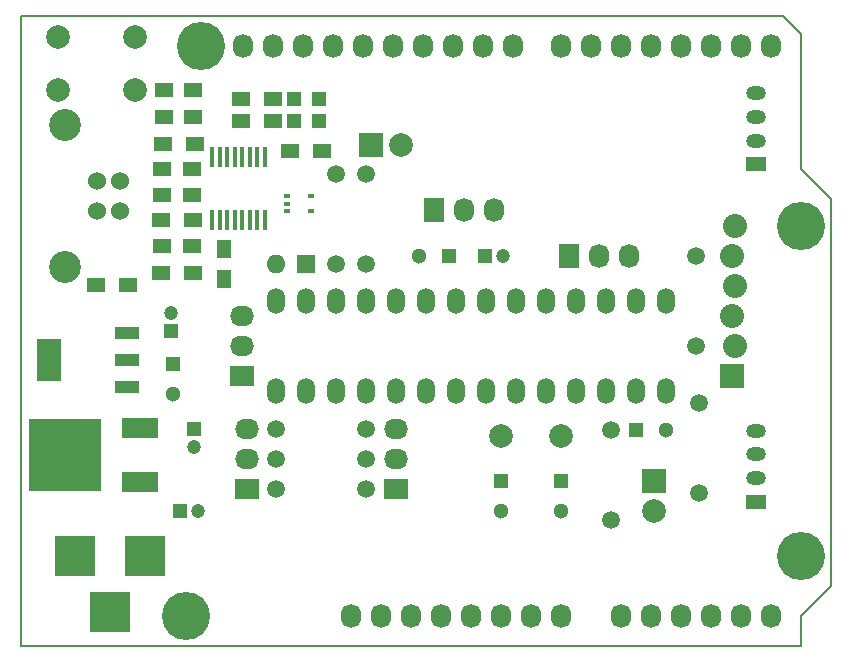
<source format=gts>
G04 #@! TF.FileFunction,Soldermask,Top*
%FSLAX46Y46*%
G04 Gerber Fmt 4.6, Leading zero omitted, Abs format (unit mm)*
G04 Created by KiCad (PCBNEW 4.0.2+dfsg1-stable) date Sa 11 Feb 2017 02:51:41 CET*
%MOMM*%
G01*
G04 APERTURE LIST*
%ADD10C,0.100000*%
%ADD11C,0.150000*%
%ADD12O,1.727200X2.032000*%
%ADD13C,4.064000*%
%ADD14R,3.500120X3.500120*%
%ADD15R,2.032000X2.032000*%
%ADD16C,2.032000*%
%ADD17C,1.524000*%
%ADD18C,2.700020*%
%ADD19R,1.727200X2.032000*%
%ADD20R,1.699260X1.198880*%
%ADD21O,1.699260X1.198880*%
%ADD22R,2.032000X3.657600*%
%ADD23R,2.032000X1.016000*%
%ADD24C,1.998980*%
%ADD25O,1.501140X2.199640*%
%ADD26R,1.300000X1.300000*%
%ADD27C,1.300000*%
%ADD28C,1.500000*%
%ADD29R,1.500000X1.250000*%
%ADD30R,1.250000X1.500000*%
%ADD31R,1.200000X1.200000*%
%ADD32C,1.200000*%
%ADD33R,1.198880X1.198880*%
%ADD34R,2.000000X2.000000*%
%ADD35C,2.000000*%
%ADD36R,1.500000X1.300000*%
%ADD37R,2.032000X1.727200*%
%ADD38O,2.032000X1.727200*%
%ADD39R,0.406400X1.651000*%
%ADD40R,0.508000X0.304800*%
%ADD41R,1.600000X1.600000*%
%ADD42O,1.600000X1.600000*%
%ADD43R,3.048000X1.651000*%
%ADD44R,6.096000X6.096000*%
G04 APERTURE END LIST*
D10*
D11*
X66040000Y51816000D02*
X64516000Y53340000D01*
X66040000Y40386000D02*
X66040000Y51816000D01*
X68580000Y37846000D02*
X66040000Y40386000D01*
X68580000Y5080000D02*
X68580000Y37846000D01*
X66040000Y2540000D02*
X68580000Y5080000D01*
X66040000Y0D02*
X66040000Y2540000D01*
X0Y0D02*
X66040000Y0D01*
X0Y53340000D02*
X0Y0D01*
X64516000Y53340000D02*
X0Y53340000D01*
D12*
X27940000Y2540000D03*
X30480000Y2540000D03*
X33020000Y2540000D03*
X35560000Y2540000D03*
X38100000Y2540000D03*
X40640000Y2540000D03*
X43180000Y2540000D03*
X45720000Y2540000D03*
X50800000Y2540000D03*
X53340000Y2540000D03*
X55880000Y2540000D03*
X58420000Y2540000D03*
X60960000Y2540000D03*
X63500000Y2540000D03*
X18796000Y50800000D03*
X21336000Y50800000D03*
X23876000Y50800000D03*
X26416000Y50800000D03*
X28956000Y50800000D03*
X31496000Y50800000D03*
X34036000Y50800000D03*
X36576000Y50800000D03*
X39116000Y50800000D03*
X41656000Y50800000D03*
X45720000Y50800000D03*
X48260000Y50800000D03*
X50800000Y50800000D03*
X53340000Y50800000D03*
X55880000Y50800000D03*
X58420000Y50800000D03*
X60960000Y50800000D03*
X63500000Y50800000D03*
D13*
X13970000Y2540000D03*
X66040000Y7620000D03*
X15240000Y50800000D03*
X66040000Y35560000D03*
D14*
X10518140Y7620000D03*
X4518660Y7620000D03*
X7518400Y2921000D03*
D15*
X60223400Y22860000D03*
D16*
X60426600Y25400000D03*
X60223400Y27940000D03*
X60426600Y30480000D03*
X60223400Y33020000D03*
X60426600Y35560000D03*
D17*
X8382000Y39370000D03*
X8382000Y36830000D03*
X6383020Y36830000D03*
X6383020Y39370000D03*
D18*
X3683000Y44099480D03*
X3683000Y32100520D03*
D19*
X34925000Y36957000D03*
D12*
X37465000Y36957000D03*
X40005000Y36957000D03*
D20*
X62230000Y12240260D03*
D21*
X62230000Y14239240D03*
X62230000Y16240760D03*
X62230000Y18239740D03*
D22*
X2387600Y24206200D03*
D23*
X8991600Y24206200D03*
X8991600Y26492200D03*
X8991600Y21920200D03*
D24*
X40640000Y17780000D03*
X45720000Y17780000D03*
D25*
X21590000Y21590000D03*
X24130000Y21590000D03*
X26670000Y21590000D03*
X29210000Y21590000D03*
X31750000Y21590000D03*
X34290000Y21590000D03*
X36830000Y21590000D03*
X39370000Y21590000D03*
X41910000Y21590000D03*
X44450000Y21590000D03*
X46990000Y21590000D03*
X49530000Y21590000D03*
X52070000Y21590000D03*
X54610000Y21590000D03*
X54610000Y29210000D03*
X52070000Y29210000D03*
X49530000Y29210000D03*
X46990000Y29210000D03*
X44450000Y29210000D03*
X41910000Y29210000D03*
X39370000Y29210000D03*
X36830000Y29210000D03*
X34290000Y29210000D03*
X31750000Y29210000D03*
X29210000Y29210000D03*
X26670000Y29210000D03*
X24130000Y29210000D03*
X21590000Y29210000D03*
D26*
X52070000Y18288000D03*
D27*
X54570000Y18288000D03*
D28*
X21590000Y18415000D03*
X29210000Y18415000D03*
D29*
X14585000Y44831000D03*
X12085000Y44831000D03*
X14585000Y47117000D03*
X12085000Y47117000D03*
X11958000Y33909000D03*
X14458000Y33909000D03*
X11958000Y38227000D03*
X14458000Y38227000D03*
X11958000Y40386000D03*
X14458000Y40386000D03*
D30*
X17145000Y33635000D03*
X17145000Y31135000D03*
D26*
X36195000Y33020000D03*
D27*
X33695000Y33020000D03*
D31*
X39255000Y33020000D03*
D32*
X40755000Y33020000D03*
D26*
X40640000Y13970000D03*
D27*
X40640000Y11470000D03*
D26*
X45720000Y13970000D03*
D27*
X45720000Y11470000D03*
D33*
X25179020Y44450000D03*
X23080980Y44450000D03*
X25179020Y46355000D03*
X23080980Y46355000D03*
D34*
X29591000Y42418000D03*
D35*
X32131000Y42418000D03*
D34*
X53568600Y13995400D03*
D35*
X53568600Y11455400D03*
D28*
X26670000Y40005000D03*
X26670000Y32385000D03*
D36*
X14558000Y31623000D03*
X11858000Y31623000D03*
D37*
X31750000Y13335000D03*
D38*
X31750000Y15875000D03*
X31750000Y18415000D03*
D36*
X14558000Y36068000D03*
X11858000Y36068000D03*
X14685000Y42545000D03*
X11985000Y42545000D03*
X21289000Y44450000D03*
X18589000Y44450000D03*
X21289000Y46355000D03*
X18589000Y46355000D03*
D28*
X21590000Y13335000D03*
X29210000Y13335000D03*
X49911000Y18288000D03*
X49911000Y10668000D03*
D36*
X9020800Y30632400D03*
X6320800Y30632400D03*
D39*
X18732500Y41402000D03*
X18097500Y41402000D03*
X17462500Y41402000D03*
X16827500Y41402000D03*
X20637500Y36068000D03*
X20637500Y41402000D03*
X20002500Y41402000D03*
X19367500Y41402000D03*
X16192500Y36068000D03*
X16827500Y36068000D03*
X17462500Y36068000D03*
X18097500Y36068000D03*
X18732500Y36068000D03*
X19367500Y36068000D03*
X16192500Y41402000D03*
X20002500Y36068000D03*
D40*
X22479000Y38100000D03*
X22479000Y36830000D03*
X24511000Y38100000D03*
X22479000Y37465000D03*
X24511000Y36830000D03*
D36*
X22780000Y41910000D03*
X25480000Y41910000D03*
D28*
X29210000Y32385000D03*
X29210000Y40005000D03*
X21590000Y15875000D03*
X29210000Y15875000D03*
D19*
X46355000Y33020000D03*
D12*
X48895000Y33020000D03*
X51435000Y33020000D03*
D37*
X19100800Y13309600D03*
D38*
X19100800Y15849600D03*
X19100800Y18389600D03*
D20*
X62230000Y40815260D03*
D21*
X62230000Y42814240D03*
X62230000Y44815760D03*
X62230000Y46814740D03*
D41*
X24130000Y32385000D03*
D42*
X21590000Y32385000D03*
D37*
X18669000Y22860000D03*
D38*
X18669000Y25400000D03*
X18669000Y27940000D03*
D43*
X10033000Y13893800D03*
D44*
X3683000Y16179800D03*
D43*
X10033000Y18465800D03*
D24*
X9601200Y51628040D03*
X3098800Y47127160D03*
X9601200Y47127160D03*
X3098800Y51628040D03*
D31*
X12700000Y26682000D03*
D32*
X12700000Y28182000D03*
D26*
X12827000Y23876000D03*
D27*
X12827000Y21376000D03*
D31*
X13474000Y11430000D03*
D32*
X14974000Y11430000D03*
D31*
X14605000Y18403000D03*
D32*
X14605000Y16903000D03*
D28*
X57404000Y12954000D03*
X57404000Y20574000D03*
X57150000Y33020000D03*
X57150000Y25400000D03*
M02*

</source>
